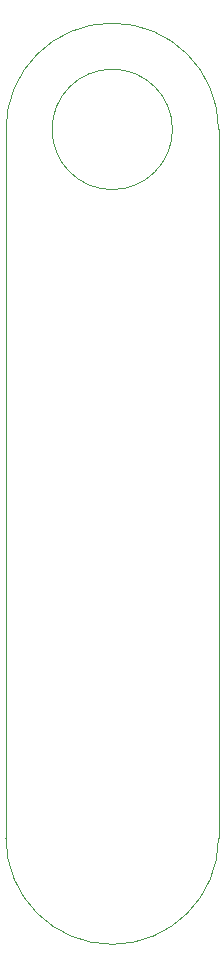
<source format=gm1>
%TF.GenerationSoftware,KiCad,Pcbnew,(6.0.1)*%
%TF.CreationDate,2022-06-17T15:58:34+01:00*%
%TF.ProjectId,luminaire,6c756d69-6e61-4697-9265-2e6b69636164,rev?*%
%TF.SameCoordinates,Original*%
%TF.FileFunction,Profile,NP*%
%FSLAX46Y46*%
G04 Gerber Fmt 4.6, Leading zero omitted, Abs format (unit mm)*
G04 Created by KiCad (PCBNEW (6.0.1)) date 2022-06-17 15:58:34*
%MOMM*%
%LPD*%
G01*
G04 APERTURE LIST*
%TA.AperFunction,Profile*%
%ADD10C,0.100000*%
%TD*%
G04 APERTURE END LIST*
D10*
X159000000Y-46000000D02*
G75*
G03*
X141000000Y-46000000I-9000000J0D01*
G01*
X141000000Y-106000000D02*
G75*
G03*
X159000000Y-106000000I9000000J0D01*
G01*
X155099020Y-46000000D02*
G75*
G03*
X155099020Y-46000000I-5099020J0D01*
G01*
X159000000Y-106000000D02*
X159000000Y-46000000D01*
X141000000Y-46000000D02*
X141000000Y-106000000D01*
M02*

</source>
